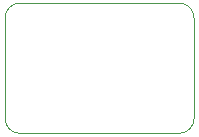
<source format=gbr>
G04 #@! TF.GenerationSoftware,KiCad,Pcbnew,(5.1.2)-2*
G04 #@! TF.CreationDate,2020-12-29T16:45:58+00:00*
G04 #@! TF.ProjectId,LEDC68 and 0.9 Inch OLED Adapter,4c454443-3638-4206-916e-6420302e3920,rev?*
G04 #@! TF.SameCoordinates,Original*
G04 #@! TF.FileFunction,Profile,NP*
%FSLAX46Y46*%
G04 Gerber Fmt 4.6, Leading zero omitted, Abs format (unit mm)*
G04 Created by KiCad (PCBNEW (5.1.2)-2) date 2020-12-29 16:45:58*
%MOMM*%
%LPD*%
G04 APERTURE LIST*
%ADD10C,0.050000*%
G04 APERTURE END LIST*
D10*
X77978000Y-39624000D02*
G75*
G02X76708000Y-38354000I0J1270000D01*
G01*
X92710000Y-38354000D02*
G75*
G02X91440000Y-39624000I-1270000J0D01*
G01*
X91440000Y-28575000D02*
G75*
G02X92710000Y-29845000I0J-1270000D01*
G01*
X76708000Y-29845000D02*
G75*
G02X77978000Y-28575000I1270000J0D01*
G01*
X77978000Y-39624000D02*
X91440000Y-39624000D01*
X91440000Y-28575000D02*
X77978000Y-28575000D01*
X92710000Y-38354000D02*
X92710000Y-29845000D01*
X76708000Y-29845000D02*
X76708000Y-38354000D01*
M02*

</source>
